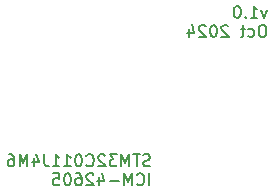
<source format=gbr>
%TF.GenerationSoftware,KiCad,Pcbnew,8.0.5*%
%TF.CreationDate,2024-11-23T20:35:32-07:00*%
%TF.ProjectId,2024_10_STM32C011J4M6_TestBoard,32303234-5f31-4305-9f53-544d33324330,rev?*%
%TF.SameCoordinates,Original*%
%TF.FileFunction,Legend,Bot*%
%TF.FilePolarity,Positive*%
%FSLAX46Y46*%
G04 Gerber Fmt 4.6, Leading zero omitted, Abs format (unit mm)*
G04 Created by KiCad (PCBNEW 8.0.5) date 2024-11-23 20:35:32*
%MOMM*%
%LPD*%
G01*
G04 APERTURE LIST*
%ADD10C,0.200000*%
G04 APERTURE END LIST*
D10*
X120810545Y-80556456D02*
X120667688Y-80604075D01*
X120667688Y-80604075D02*
X120429593Y-80604075D01*
X120429593Y-80604075D02*
X120334355Y-80556456D01*
X120334355Y-80556456D02*
X120286736Y-80508836D01*
X120286736Y-80508836D02*
X120239117Y-80413598D01*
X120239117Y-80413598D02*
X120239117Y-80318360D01*
X120239117Y-80318360D02*
X120286736Y-80223122D01*
X120286736Y-80223122D02*
X120334355Y-80175503D01*
X120334355Y-80175503D02*
X120429593Y-80127884D01*
X120429593Y-80127884D02*
X120620069Y-80080265D01*
X120620069Y-80080265D02*
X120715307Y-80032646D01*
X120715307Y-80032646D02*
X120762926Y-79985027D01*
X120762926Y-79985027D02*
X120810545Y-79889789D01*
X120810545Y-79889789D02*
X120810545Y-79794551D01*
X120810545Y-79794551D02*
X120762926Y-79699313D01*
X120762926Y-79699313D02*
X120715307Y-79651694D01*
X120715307Y-79651694D02*
X120620069Y-79604075D01*
X120620069Y-79604075D02*
X120381974Y-79604075D01*
X120381974Y-79604075D02*
X120239117Y-79651694D01*
X119953402Y-79604075D02*
X119381974Y-79604075D01*
X119667688Y-80604075D02*
X119667688Y-79604075D01*
X119048640Y-80604075D02*
X119048640Y-79604075D01*
X119048640Y-79604075D02*
X118715307Y-80318360D01*
X118715307Y-80318360D02*
X118381974Y-79604075D01*
X118381974Y-79604075D02*
X118381974Y-80604075D01*
X118001021Y-79604075D02*
X117381974Y-79604075D01*
X117381974Y-79604075D02*
X117715307Y-79985027D01*
X117715307Y-79985027D02*
X117572450Y-79985027D01*
X117572450Y-79985027D02*
X117477212Y-80032646D01*
X117477212Y-80032646D02*
X117429593Y-80080265D01*
X117429593Y-80080265D02*
X117381974Y-80175503D01*
X117381974Y-80175503D02*
X117381974Y-80413598D01*
X117381974Y-80413598D02*
X117429593Y-80508836D01*
X117429593Y-80508836D02*
X117477212Y-80556456D01*
X117477212Y-80556456D02*
X117572450Y-80604075D01*
X117572450Y-80604075D02*
X117858164Y-80604075D01*
X117858164Y-80604075D02*
X117953402Y-80556456D01*
X117953402Y-80556456D02*
X118001021Y-80508836D01*
X117001021Y-79699313D02*
X116953402Y-79651694D01*
X116953402Y-79651694D02*
X116858164Y-79604075D01*
X116858164Y-79604075D02*
X116620069Y-79604075D01*
X116620069Y-79604075D02*
X116524831Y-79651694D01*
X116524831Y-79651694D02*
X116477212Y-79699313D01*
X116477212Y-79699313D02*
X116429593Y-79794551D01*
X116429593Y-79794551D02*
X116429593Y-79889789D01*
X116429593Y-79889789D02*
X116477212Y-80032646D01*
X116477212Y-80032646D02*
X117048640Y-80604075D01*
X117048640Y-80604075D02*
X116429593Y-80604075D01*
X115429593Y-80508836D02*
X115477212Y-80556456D01*
X115477212Y-80556456D02*
X115620069Y-80604075D01*
X115620069Y-80604075D02*
X115715307Y-80604075D01*
X115715307Y-80604075D02*
X115858164Y-80556456D01*
X115858164Y-80556456D02*
X115953402Y-80461217D01*
X115953402Y-80461217D02*
X116001021Y-80365979D01*
X116001021Y-80365979D02*
X116048640Y-80175503D01*
X116048640Y-80175503D02*
X116048640Y-80032646D01*
X116048640Y-80032646D02*
X116001021Y-79842170D01*
X116001021Y-79842170D02*
X115953402Y-79746932D01*
X115953402Y-79746932D02*
X115858164Y-79651694D01*
X115858164Y-79651694D02*
X115715307Y-79604075D01*
X115715307Y-79604075D02*
X115620069Y-79604075D01*
X115620069Y-79604075D02*
X115477212Y-79651694D01*
X115477212Y-79651694D02*
X115429593Y-79699313D01*
X114810545Y-79604075D02*
X114715307Y-79604075D01*
X114715307Y-79604075D02*
X114620069Y-79651694D01*
X114620069Y-79651694D02*
X114572450Y-79699313D01*
X114572450Y-79699313D02*
X114524831Y-79794551D01*
X114524831Y-79794551D02*
X114477212Y-79985027D01*
X114477212Y-79985027D02*
X114477212Y-80223122D01*
X114477212Y-80223122D02*
X114524831Y-80413598D01*
X114524831Y-80413598D02*
X114572450Y-80508836D01*
X114572450Y-80508836D02*
X114620069Y-80556456D01*
X114620069Y-80556456D02*
X114715307Y-80604075D01*
X114715307Y-80604075D02*
X114810545Y-80604075D01*
X114810545Y-80604075D02*
X114905783Y-80556456D01*
X114905783Y-80556456D02*
X114953402Y-80508836D01*
X114953402Y-80508836D02*
X115001021Y-80413598D01*
X115001021Y-80413598D02*
X115048640Y-80223122D01*
X115048640Y-80223122D02*
X115048640Y-79985027D01*
X115048640Y-79985027D02*
X115001021Y-79794551D01*
X115001021Y-79794551D02*
X114953402Y-79699313D01*
X114953402Y-79699313D02*
X114905783Y-79651694D01*
X114905783Y-79651694D02*
X114810545Y-79604075D01*
X113524831Y-80604075D02*
X114096259Y-80604075D01*
X113810545Y-80604075D02*
X113810545Y-79604075D01*
X113810545Y-79604075D02*
X113905783Y-79746932D01*
X113905783Y-79746932D02*
X114001021Y-79842170D01*
X114001021Y-79842170D02*
X114096259Y-79889789D01*
X112572450Y-80604075D02*
X113143878Y-80604075D01*
X112858164Y-80604075D02*
X112858164Y-79604075D01*
X112858164Y-79604075D02*
X112953402Y-79746932D01*
X112953402Y-79746932D02*
X113048640Y-79842170D01*
X113048640Y-79842170D02*
X113143878Y-79889789D01*
X111858164Y-79604075D02*
X111858164Y-80318360D01*
X111858164Y-80318360D02*
X111905783Y-80461217D01*
X111905783Y-80461217D02*
X112001021Y-80556456D01*
X112001021Y-80556456D02*
X112143878Y-80604075D01*
X112143878Y-80604075D02*
X112239116Y-80604075D01*
X110953402Y-79937408D02*
X110953402Y-80604075D01*
X111191497Y-79556456D02*
X111429592Y-80270741D01*
X111429592Y-80270741D02*
X110810545Y-80270741D01*
X110429592Y-80604075D02*
X110429592Y-79604075D01*
X110429592Y-79604075D02*
X110096259Y-80318360D01*
X110096259Y-80318360D02*
X109762926Y-79604075D01*
X109762926Y-79604075D02*
X109762926Y-80604075D01*
X108858164Y-79604075D02*
X109048640Y-79604075D01*
X109048640Y-79604075D02*
X109143878Y-79651694D01*
X109143878Y-79651694D02*
X109191497Y-79699313D01*
X109191497Y-79699313D02*
X109286735Y-79842170D01*
X109286735Y-79842170D02*
X109334354Y-80032646D01*
X109334354Y-80032646D02*
X109334354Y-80413598D01*
X109334354Y-80413598D02*
X109286735Y-80508836D01*
X109286735Y-80508836D02*
X109239116Y-80556456D01*
X109239116Y-80556456D02*
X109143878Y-80604075D01*
X109143878Y-80604075D02*
X108953402Y-80604075D01*
X108953402Y-80604075D02*
X108858164Y-80556456D01*
X108858164Y-80556456D02*
X108810545Y-80508836D01*
X108810545Y-80508836D02*
X108762926Y-80413598D01*
X108762926Y-80413598D02*
X108762926Y-80175503D01*
X108762926Y-80175503D02*
X108810545Y-80080265D01*
X108810545Y-80080265D02*
X108858164Y-80032646D01*
X108858164Y-80032646D02*
X108953402Y-79985027D01*
X108953402Y-79985027D02*
X109143878Y-79985027D01*
X109143878Y-79985027D02*
X109239116Y-80032646D01*
X109239116Y-80032646D02*
X109286735Y-80080265D01*
X109286735Y-80080265D02*
X109334354Y-80175503D01*
X120762926Y-82214019D02*
X120762926Y-81214019D01*
X119715308Y-82118780D02*
X119762927Y-82166400D01*
X119762927Y-82166400D02*
X119905784Y-82214019D01*
X119905784Y-82214019D02*
X120001022Y-82214019D01*
X120001022Y-82214019D02*
X120143879Y-82166400D01*
X120143879Y-82166400D02*
X120239117Y-82071161D01*
X120239117Y-82071161D02*
X120286736Y-81975923D01*
X120286736Y-81975923D02*
X120334355Y-81785447D01*
X120334355Y-81785447D02*
X120334355Y-81642590D01*
X120334355Y-81642590D02*
X120286736Y-81452114D01*
X120286736Y-81452114D02*
X120239117Y-81356876D01*
X120239117Y-81356876D02*
X120143879Y-81261638D01*
X120143879Y-81261638D02*
X120001022Y-81214019D01*
X120001022Y-81214019D02*
X119905784Y-81214019D01*
X119905784Y-81214019D02*
X119762927Y-81261638D01*
X119762927Y-81261638D02*
X119715308Y-81309257D01*
X119286736Y-82214019D02*
X119286736Y-81214019D01*
X119286736Y-81214019D02*
X118953403Y-81928304D01*
X118953403Y-81928304D02*
X118620070Y-81214019D01*
X118620070Y-81214019D02*
X118620070Y-82214019D01*
X118143879Y-81833066D02*
X117381975Y-81833066D01*
X116477213Y-81547352D02*
X116477213Y-82214019D01*
X116715308Y-81166400D02*
X116953403Y-81880685D01*
X116953403Y-81880685D02*
X116334356Y-81880685D01*
X116001022Y-81309257D02*
X115953403Y-81261638D01*
X115953403Y-81261638D02*
X115858165Y-81214019D01*
X115858165Y-81214019D02*
X115620070Y-81214019D01*
X115620070Y-81214019D02*
X115524832Y-81261638D01*
X115524832Y-81261638D02*
X115477213Y-81309257D01*
X115477213Y-81309257D02*
X115429594Y-81404495D01*
X115429594Y-81404495D02*
X115429594Y-81499733D01*
X115429594Y-81499733D02*
X115477213Y-81642590D01*
X115477213Y-81642590D02*
X116048641Y-82214019D01*
X116048641Y-82214019D02*
X115429594Y-82214019D01*
X114572451Y-81214019D02*
X114762927Y-81214019D01*
X114762927Y-81214019D02*
X114858165Y-81261638D01*
X114858165Y-81261638D02*
X114905784Y-81309257D01*
X114905784Y-81309257D02*
X115001022Y-81452114D01*
X115001022Y-81452114D02*
X115048641Y-81642590D01*
X115048641Y-81642590D02*
X115048641Y-82023542D01*
X115048641Y-82023542D02*
X115001022Y-82118780D01*
X115001022Y-82118780D02*
X114953403Y-82166400D01*
X114953403Y-82166400D02*
X114858165Y-82214019D01*
X114858165Y-82214019D02*
X114667689Y-82214019D01*
X114667689Y-82214019D02*
X114572451Y-82166400D01*
X114572451Y-82166400D02*
X114524832Y-82118780D01*
X114524832Y-82118780D02*
X114477213Y-82023542D01*
X114477213Y-82023542D02*
X114477213Y-81785447D01*
X114477213Y-81785447D02*
X114524832Y-81690209D01*
X114524832Y-81690209D02*
X114572451Y-81642590D01*
X114572451Y-81642590D02*
X114667689Y-81594971D01*
X114667689Y-81594971D02*
X114858165Y-81594971D01*
X114858165Y-81594971D02*
X114953403Y-81642590D01*
X114953403Y-81642590D02*
X115001022Y-81690209D01*
X115001022Y-81690209D02*
X115048641Y-81785447D01*
X113858165Y-81214019D02*
X113762927Y-81214019D01*
X113762927Y-81214019D02*
X113667689Y-81261638D01*
X113667689Y-81261638D02*
X113620070Y-81309257D01*
X113620070Y-81309257D02*
X113572451Y-81404495D01*
X113572451Y-81404495D02*
X113524832Y-81594971D01*
X113524832Y-81594971D02*
X113524832Y-81833066D01*
X113524832Y-81833066D02*
X113572451Y-82023542D01*
X113572451Y-82023542D02*
X113620070Y-82118780D01*
X113620070Y-82118780D02*
X113667689Y-82166400D01*
X113667689Y-82166400D02*
X113762927Y-82214019D01*
X113762927Y-82214019D02*
X113858165Y-82214019D01*
X113858165Y-82214019D02*
X113953403Y-82166400D01*
X113953403Y-82166400D02*
X114001022Y-82118780D01*
X114001022Y-82118780D02*
X114048641Y-82023542D01*
X114048641Y-82023542D02*
X114096260Y-81833066D01*
X114096260Y-81833066D02*
X114096260Y-81594971D01*
X114096260Y-81594971D02*
X114048641Y-81404495D01*
X114048641Y-81404495D02*
X114001022Y-81309257D01*
X114001022Y-81309257D02*
X113953403Y-81261638D01*
X113953403Y-81261638D02*
X113858165Y-81214019D01*
X112620070Y-81214019D02*
X113096260Y-81214019D01*
X113096260Y-81214019D02*
X113143879Y-81690209D01*
X113143879Y-81690209D02*
X113096260Y-81642590D01*
X113096260Y-81642590D02*
X113001022Y-81594971D01*
X113001022Y-81594971D02*
X112762927Y-81594971D01*
X112762927Y-81594971D02*
X112667689Y-81642590D01*
X112667689Y-81642590D02*
X112620070Y-81690209D01*
X112620070Y-81690209D02*
X112572451Y-81785447D01*
X112572451Y-81785447D02*
X112572451Y-82023542D01*
X112572451Y-82023542D02*
X112620070Y-82118780D01*
X112620070Y-82118780D02*
X112667689Y-82166400D01*
X112667689Y-82166400D02*
X112762927Y-82214019D01*
X112762927Y-82214019D02*
X113001022Y-82214019D01*
X113001022Y-82214019D02*
X113096260Y-82166400D01*
X113096260Y-82166400D02*
X113143879Y-82118780D01*
X130713364Y-67364408D02*
X130475269Y-68031075D01*
X130475269Y-68031075D02*
X130237174Y-67364408D01*
X129332412Y-68031075D02*
X129903840Y-68031075D01*
X129618126Y-68031075D02*
X129618126Y-67031075D01*
X129618126Y-67031075D02*
X129713364Y-67173932D01*
X129713364Y-67173932D02*
X129808602Y-67269170D01*
X129808602Y-67269170D02*
X129903840Y-67316789D01*
X128903840Y-67935836D02*
X128856221Y-67983456D01*
X128856221Y-67983456D02*
X128903840Y-68031075D01*
X128903840Y-68031075D02*
X128951459Y-67983456D01*
X128951459Y-67983456D02*
X128903840Y-67935836D01*
X128903840Y-67935836D02*
X128903840Y-68031075D01*
X128237174Y-67031075D02*
X128141936Y-67031075D01*
X128141936Y-67031075D02*
X128046698Y-67078694D01*
X128046698Y-67078694D02*
X127999079Y-67126313D01*
X127999079Y-67126313D02*
X127951460Y-67221551D01*
X127951460Y-67221551D02*
X127903841Y-67412027D01*
X127903841Y-67412027D02*
X127903841Y-67650122D01*
X127903841Y-67650122D02*
X127951460Y-67840598D01*
X127951460Y-67840598D02*
X127999079Y-67935836D01*
X127999079Y-67935836D02*
X128046698Y-67983456D01*
X128046698Y-67983456D02*
X128141936Y-68031075D01*
X128141936Y-68031075D02*
X128237174Y-68031075D01*
X128237174Y-68031075D02*
X128332412Y-67983456D01*
X128332412Y-67983456D02*
X128380031Y-67935836D01*
X128380031Y-67935836D02*
X128427650Y-67840598D01*
X128427650Y-67840598D02*
X128475269Y-67650122D01*
X128475269Y-67650122D02*
X128475269Y-67412027D01*
X128475269Y-67412027D02*
X128427650Y-67221551D01*
X128427650Y-67221551D02*
X128380031Y-67126313D01*
X128380031Y-67126313D02*
X128332412Y-67078694D01*
X128332412Y-67078694D02*
X128237174Y-67031075D01*
X130427650Y-68641019D02*
X130237174Y-68641019D01*
X130237174Y-68641019D02*
X130141936Y-68688638D01*
X130141936Y-68688638D02*
X130046698Y-68783876D01*
X130046698Y-68783876D02*
X129999079Y-68974352D01*
X129999079Y-68974352D02*
X129999079Y-69307685D01*
X129999079Y-69307685D02*
X130046698Y-69498161D01*
X130046698Y-69498161D02*
X130141936Y-69593400D01*
X130141936Y-69593400D02*
X130237174Y-69641019D01*
X130237174Y-69641019D02*
X130427650Y-69641019D01*
X130427650Y-69641019D02*
X130522888Y-69593400D01*
X130522888Y-69593400D02*
X130618126Y-69498161D01*
X130618126Y-69498161D02*
X130665745Y-69307685D01*
X130665745Y-69307685D02*
X130665745Y-68974352D01*
X130665745Y-68974352D02*
X130618126Y-68783876D01*
X130618126Y-68783876D02*
X130522888Y-68688638D01*
X130522888Y-68688638D02*
X130427650Y-68641019D01*
X129141936Y-69593400D02*
X129237174Y-69641019D01*
X129237174Y-69641019D02*
X129427650Y-69641019D01*
X129427650Y-69641019D02*
X129522888Y-69593400D01*
X129522888Y-69593400D02*
X129570507Y-69545780D01*
X129570507Y-69545780D02*
X129618126Y-69450542D01*
X129618126Y-69450542D02*
X129618126Y-69164828D01*
X129618126Y-69164828D02*
X129570507Y-69069590D01*
X129570507Y-69069590D02*
X129522888Y-69021971D01*
X129522888Y-69021971D02*
X129427650Y-68974352D01*
X129427650Y-68974352D02*
X129237174Y-68974352D01*
X129237174Y-68974352D02*
X129141936Y-69021971D01*
X128856221Y-68974352D02*
X128475269Y-68974352D01*
X128713364Y-68641019D02*
X128713364Y-69498161D01*
X128713364Y-69498161D02*
X128665745Y-69593400D01*
X128665745Y-69593400D02*
X128570507Y-69641019D01*
X128570507Y-69641019D02*
X128475269Y-69641019D01*
X127427649Y-68736257D02*
X127380030Y-68688638D01*
X127380030Y-68688638D02*
X127284792Y-68641019D01*
X127284792Y-68641019D02*
X127046697Y-68641019D01*
X127046697Y-68641019D02*
X126951459Y-68688638D01*
X126951459Y-68688638D02*
X126903840Y-68736257D01*
X126903840Y-68736257D02*
X126856221Y-68831495D01*
X126856221Y-68831495D02*
X126856221Y-68926733D01*
X126856221Y-68926733D02*
X126903840Y-69069590D01*
X126903840Y-69069590D02*
X127475268Y-69641019D01*
X127475268Y-69641019D02*
X126856221Y-69641019D01*
X126237173Y-68641019D02*
X126141935Y-68641019D01*
X126141935Y-68641019D02*
X126046697Y-68688638D01*
X126046697Y-68688638D02*
X125999078Y-68736257D01*
X125999078Y-68736257D02*
X125951459Y-68831495D01*
X125951459Y-68831495D02*
X125903840Y-69021971D01*
X125903840Y-69021971D02*
X125903840Y-69260066D01*
X125903840Y-69260066D02*
X125951459Y-69450542D01*
X125951459Y-69450542D02*
X125999078Y-69545780D01*
X125999078Y-69545780D02*
X126046697Y-69593400D01*
X126046697Y-69593400D02*
X126141935Y-69641019D01*
X126141935Y-69641019D02*
X126237173Y-69641019D01*
X126237173Y-69641019D02*
X126332411Y-69593400D01*
X126332411Y-69593400D02*
X126380030Y-69545780D01*
X126380030Y-69545780D02*
X126427649Y-69450542D01*
X126427649Y-69450542D02*
X126475268Y-69260066D01*
X126475268Y-69260066D02*
X126475268Y-69021971D01*
X126475268Y-69021971D02*
X126427649Y-68831495D01*
X126427649Y-68831495D02*
X126380030Y-68736257D01*
X126380030Y-68736257D02*
X126332411Y-68688638D01*
X126332411Y-68688638D02*
X126237173Y-68641019D01*
X125522887Y-68736257D02*
X125475268Y-68688638D01*
X125475268Y-68688638D02*
X125380030Y-68641019D01*
X125380030Y-68641019D02*
X125141935Y-68641019D01*
X125141935Y-68641019D02*
X125046697Y-68688638D01*
X125046697Y-68688638D02*
X124999078Y-68736257D01*
X124999078Y-68736257D02*
X124951459Y-68831495D01*
X124951459Y-68831495D02*
X124951459Y-68926733D01*
X124951459Y-68926733D02*
X124999078Y-69069590D01*
X124999078Y-69069590D02*
X125570506Y-69641019D01*
X125570506Y-69641019D02*
X124951459Y-69641019D01*
X124094316Y-68974352D02*
X124094316Y-69641019D01*
X124332411Y-68593400D02*
X124570506Y-69307685D01*
X124570506Y-69307685D02*
X123951459Y-69307685D01*
M02*

</source>
